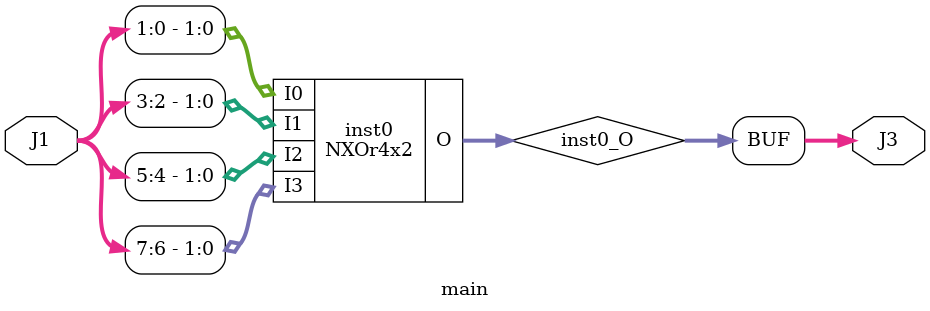
<source format=v>
module NXOr4 (input [3:0] I, output  O);
wire  inst0_O;
SB_LUT4 #(.LUT_INIT(16'h9669)) inst0 (.I0(I[0]), .I1(I[1]), .I2(I[2]), .I3(I[3]), .O(inst0_O));
assign O = inst0_O;
endmodule

module NXOr4x2 (input [1:0] I0, input [1:0] I1, input [1:0] I2, input [1:0] I3, output [1:0] O);
wire  inst0_O;
wire  inst1_O;
NXOr4 inst0 (.I({I3[0],I2[0],I1[0],I0[0]}), .O(inst0_O));
NXOr4 inst1 (.I({I3[1],I2[1],I1[1],I0[1]}), .O(inst1_O));
assign O = {inst1_O,inst0_O};
endmodule

module main (input [7:0] J1, output [1:0] J3);
wire [1:0] inst0_O;
NXOr4x2 inst0 (.I0({J1[1],J1[0]}), .I1({J1[3],J1[2]}), .I2({J1[5],J1[4]}), .I3({J1[7],J1[6]}), .O(inst0_O));
assign J3 = inst0_O;
endmodule


</source>
